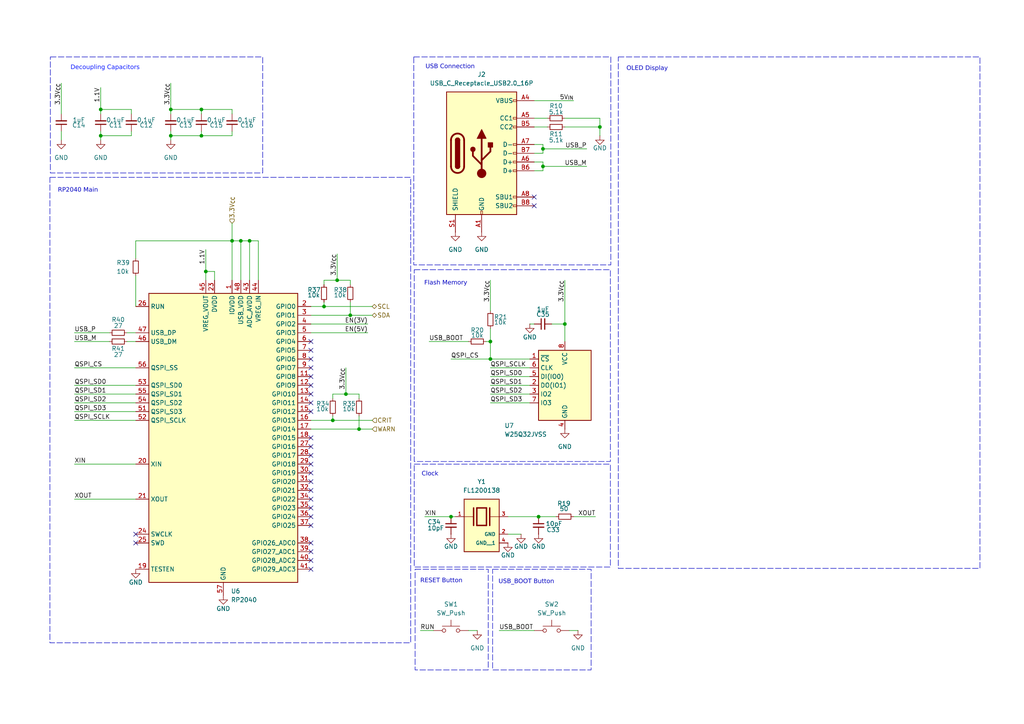
<source format=kicad_sch>
(kicad_sch (version 20240101) (generator "eeschema") (generator_version "8.99")
  (paper "A4")
  (lib_symbols
    (symbol "Connector:USB_C_Receptacle_USB2.0_16P" (pin_names (offset 1.016))
      (property "Reference" "J" (at 0 22.225 0))
      (property "Value" "USB_C_Receptacle_USB2.0_16P" (at 0 19.685 0))
      (symbol "USB_C_Receptacle_USB2.0_16P_0_0"
        (rectangle (start -0.254 -17.78) (end 0.254 -16.764))
        (rectangle (start 10.16 -14.986) (end 9.144 -15.494))
        (rectangle (start 10.16 -12.446) (end 9.144 -12.954))
        (rectangle (start 10.16 -4.826) (end 9.144 -5.334))
        (rectangle (start 10.16 -2.286) (end 9.144 -2.794))
        (rectangle (start 10.16 0.254) (end 9.144 -0.254))
        (rectangle (start 10.16 2.794) (end 9.144 2.286))
        (rectangle (start 10.16 7.874) (end 9.144 7.366))
        (rectangle (start 10.16 10.414) (end 9.144 9.906))
        (rectangle (start 10.16 15.494) (end 9.144 14.986))
      )
      (symbol "USB_C_Receptacle_USB2.0_16P_0_1"
        (rectangle (start -10.16 17.78) (end 10.16 -17.78) (stroke (width 0.254)) (fill (type background)))
        (arc (start -8.89 -3.81) (mid -6.985 -5.7067) (end -5.08 -3.81) (stroke (width 0.508)))
        (arc (start -7.62 -3.81) (mid -6.985 -4.4423) (end -6.35 -3.81) (stroke (width 0.254)))
        (arc (start -7.62 -3.81) (mid -6.985 -4.4423) (end -6.35 -3.81) (stroke (width 0.254)) (fill (type outline)))
        (rectangle (start -7.62 -3.81) (end -6.35 3.81) (stroke (width 0.254)) (fill (type outline)))
        (arc (start -6.35 3.81) (mid -6.985 4.4423) (end -7.62 3.81) (stroke (width 0.254)))
        (arc (start -6.35 3.81) (mid -6.985 4.4423) (end -7.62 3.81) (stroke (width 0.254)) (fill (type outline)))
        (arc (start -5.08 3.81) (mid -6.985 5.7067) (end -8.89 3.81) (stroke (width 0.508)))
        (circle (center -2.54 1.143) (radius 0.635) (stroke (width 0.254)) (fill (type outline)))
        (circle (center 0 -5.842) (radius 1.27) (fill (type outline)))
        (polyline (pts (xy -8.89 -3.81) (xy -8.89 3.81)) (stroke (width 0.508)))
        (polyline (pts (xy -5.08 3.81) (xy -5.08 -3.81)) (stroke (width 0.508)))
        (polyline (pts (xy 0 -5.842) (xy 0 4.318)) (stroke (width 0.508)))
        (polyline (pts (xy 0 -3.302) (xy -2.54 -0.762) (xy -2.54 0.508)) (stroke (width 0.508)))
        (polyline (pts (xy 0 -2.032) (xy 2.54 0.508) (xy 2.54 1.778)) (stroke (width 0.508)))
        (polyline (pts (xy -1.27 4.318) (xy 0 6.858) (xy 1.27 4.318) (xy -1.27 4.318)) (stroke (width 0.254)) (fill (type outline)))
        (rectangle (start 1.905 1.778) (end 3.175 3.048) (stroke (width 0.254)) (fill (type outline)))
      )
      (symbol "USB_C_Receptacle_USB2.0_16P_1_1"
        (pin passive line (at 0 -22.86 90) (length 5.08) (name "GND") (number "A1"))
        (pin passive line (at 0 -22.86 90) (length 5.08) hide (name "GND") (number "A12"))
        (pin passive line (at 15.24 15.24 180) (length 5.08) (name "VBUS") (number "A4"))
        (pin bidirectional line (at 15.24 10.16 180) (length 5.08) (name "CC1") (number "A5"))
        (pin bidirectional line (at 15.24 -2.54 180) (length 5.08) (name "D+") (number "A6"))
        (pin bidirectional line (at 15.24 2.54 180) (length 5.08) (name "D-") (number "A7"))
        (pin bidirectional line (at 15.24 -12.7 180) (length 5.08) (name "SBU1") (number "A8"))
        (pin passive line (at 15.24 15.24 180) (length 5.08) hide (name "VBUS") (number "A9"))
        (pin passive line (at 0 -22.86 90) (length 5.08) hide (name "GND") (number "B1"))
        (pin passive line (at 0 -22.86 90) (length 5.08) hide (name "GND") (number "B12"))
        (pin passive line (at 15.24 15.24 180) (length 5.08) hide (name "VBUS") (number "B4"))
        (pin bidirectional line (at 15.24 7.62 180) (length 5.08) (name "CC2") (number "B5"))
        (pin bidirectional line (at 15.24 -5.08 180) (length 5.08) (name "D+") (number "B6"))
        (pin bidirectional line (at 15.24 0 180) (length 5.08) (name "D-") (number "B7"))
        (pin bidirectional line (at 15.24 -15.24 180) (length 5.08) (name "SBU2") (number "B8"))
        (pin passive line (at 15.24 15.24 180) (length 5.08) hide (name "VBUS") (number "B9"))
        (pin passive line (at -7.62 -22.86 90) (length 5.08) (name "SHIELD") (number "S1"))
      )
    )
    (symbol "Device:C_Small" (pin_numbers hide) (pin_names (offset 0.254) hide)
      (property "Reference" "C" (at 0.254 1.778 0))
      (property "Value" "C_Small" (at 0.254 -2.032 0))
      (symbol "C_Small_0_1"
        (polyline (pts (xy -1.524 -0.508) (xy 1.524 -0.508)) (stroke (width 0.3302)))
        (polyline (pts (xy -1.524 0.508) (xy 1.524 0.508)) (stroke (width 0.3048)))
      )
      (symbol "C_Small_1_1"
        (pin passive line (at 0 2.54 270) (length 2.032) (name "~") (number "1"))
        (pin passive line (at 0 -2.54 90) (length 2.032) (name "~") (number "2"))
      )
    )
    (symbol "Device:R_Small" (pin_numbers hide) (pin_names (offset 0.254) hide)
      (property "Reference" "R" (at 0.762 0.508 0))
      (property "Value" "R_Small" (at 0.762 -1.016 0))
      (symbol "R_Small_0_1"
        (rectangle (start -0.762 1.778) (end 0.762 -1.778) (stroke (width 0.2032)))
      )
      (symbol "R_Small_1_1"
        (pin passive line (at 0 2.54 270) (length 0.762) (name "~") (number "1"))
        (pin passive line (at 0 -2.54 90) (length 0.762) (name "~") (number "2"))
      )
    )
    (symbol "FL1200138:FL1200138" (pin_names (offset 1.016))
      (property "Reference" "Y" (at -5.0878 6.3559 0))
      (property "Value" "FL1200138" (at -5.0944 -12.7 0))
      (symbol "FL1200138_0_0"
        (rectangle (start -5.08 -10.16) (end 5.08 5.08) (stroke (width 0.254)) (fill (type background)))
        (polyline (pts (xy -5.08 0) (xy -2.54 0)) (stroke (width 0.1524)))
        (polyline (pts (xy -2.3368 2.54) (xy -2.3368 -2.54)) (stroke (width 0.4064)))
        (polyline (pts (xy -1.397 2.54) (xy -1.397 -2.54)) (stroke (width 0.4064)))
        (polyline (pts (xy -1.397 2.54) (xy 1.397 2.54)) (stroke (width 0.4064)))
        (polyline (pts (xy 1.397 -2.54) (xy -1.397 -2.54)) (stroke (width 0.4064)))
        (polyline (pts (xy 1.397 2.54) (xy 1.397 -2.54)) (stroke (width 0.4064)))
        (polyline (pts (xy 2.3368 2.54) (xy 2.3368 -2.54)) (stroke (width 0.4064)))
        (polyline (pts (xy 2.54 0) (xy 5.08 0)) (stroke (width 0.1524)))
        (pin passive line (at -7.62 0 0) (length 2.54) (name "~") (number "1"))
        (pin power_in line (at 7.62 -5.08 180) (length 2.54) (name "GND") (number "2"))
        (pin passive line (at 7.62 0 180) (length 2.54) (name "~") (number "3"))
        (pin power_in line (at 7.62 -7.62 180) (length 2.54) (name "GND__1") (number "4"))
      )
    )
    (symbol "Memory_Flash:W25Q32JVSS"
      (property "Reference" "U" (at -6.35 11.43 0))
      (property "Value" "W25Q32JVSS" (at 7.62 11.43 0))
      (symbol "W25Q32JVSS_0_1"
        (rectangle (start -7.62 10.16) (end 7.62 -10.16) (stroke (width 0.254)) (fill (type background)))
      )
      (symbol "W25Q32JVSS_1_1"
        (pin input line (at -10.16 7.62 0) (length 2.54) (name "~{CS}") (number "1"))
        (pin bidirectional line (at -10.16 0 0) (length 2.54) (name "DO(IO1)") (number "2"))
        (pin bidirectional line (at -10.16 -2.54 0) (length 2.54) (name "IO2") (number "3"))
        (pin power_in line (at 0 -12.7 90) (length 2.54) (name "GND") (number "4"))
        (pin bidirectional line (at -10.16 2.54 0) (length 2.54) (name "DI(IO0)") (number "5"))
        (pin input line (at -10.16 5.08 0) (length 2.54) (name "CLK") (number "6"))
        (pin bidirectional line (at -10.16 -5.08 0) (length 2.54) (name "IO3") (number "7"))
        (pin power_in line (at 0 12.7 270) (length 2.54) (name "VCC") (number "8"))
      )
    )
    (symbol "RP2040_1"
      (property "Reference" "U" (at 17.78 45.72 0))
      (property "Value" "RP2040" (at 17.78 43.18 0))
      (symbol "RP2040_1_0_1"
        (rectangle (start -21.59 41.91) (end 21.59 -41.91) (stroke (width 0.254)) (fill (type background)))
      )
      (symbol "RP2040_1_1_1"
        (pin power_in line (at 2.54 45.72 270) (length 3.81) (name "IOVDD") (number "1"))
        (pin passive line (at 2.54 45.72 270) (length 3.81) hide (name "IOVDD") (number "10"))
        (pin bidirectional line (at 25.4 17.78 180) (length 3.81) (name "GPIO8") (number "11"))
        (pin bidirectional line (at 25.4 15.24 180) (length 3.81) (name "GPIO9") (number "12"))
        (pin bidirectional line (at 25.4 12.7 180) (length 3.81) (name "GPIO10") (number "13"))
        (pin bidirectional line (at 25.4 10.16 180) (length 3.81) (name "GPIO11") (number "14"))
        (pin bidirectional line (at 25.4 7.62 180) (length 3.81) (name "GPIO12") (number "15"))
        (pin bidirectional line (at 25.4 5.08 180) (length 3.81) (name "GPIO13") (number "16"))
        (pin bidirectional line (at 25.4 2.54 180) (length 3.81) (name "GPIO14") (number "17"))
        (pin bidirectional line (at 25.4 0 180) (length 3.81) (name "GPIO15") (number "18"))
        (pin input line (at -25.4 -38.1 0) (length 3.81) (name "TESTEN") (number "19"))
        (pin bidirectional line (at 25.4 38.1 180) (length 3.81) (name "GPIO0") (number "2"))
        (pin input line (at -25.4 -7.62 0) (length 3.81) (name "XIN") (number "20"))
        (pin passive line (at -25.4 -17.78 0) (length 3.81) (name "XOUT") (number "21"))
        (pin passive line (at 2.54 45.72 270) (length 3.81) hide (name "IOVDD") (number "22"))
        (pin power_in line (at -2.54 45.72 270) (length 3.81) (name "DVDD") (number "23"))
        (pin input line (at -25.4 -27.94 0) (length 3.81) (name "SWCLK") (number "24"))
        (pin bidirectional line (at -25.4 -30.48 0) (length 3.81) (name "SWD") (number "25"))
        (pin input line (at -25.4 38.1 0) (length 3.81) (name "RUN") (number "26"))
        (pin bidirectional line (at 25.4 -2.54 180) (length 3.81) (name "GPIO16") (number "27"))
        (pin bidirectional line (at 25.4 -5.08 180) (length 3.81) (name "GPIO17") (number "28"))
        (pin bidirectional line (at 25.4 -7.62 180) (length 3.81) (name "GPIO18") (number "29"))
        (pin bidirectional line (at 25.4 35.56 180) (length 3.81) (name "GPIO1") (number "3"))
        (pin bidirectional line (at 25.4 -10.16 180) (length 3.81) (name "GPIO19") (number "30"))
        (pin bidirectional line (at 25.4 -12.7 180) (length 3.81) (name "GPIO20") (number "31"))
        (pin bidirectional line (at 25.4 -15.24 180) (length 3.81) (name "GPIO21") (number "32"))
        (pin passive line (at 2.54 45.72 270) (length 3.81) hide (name "IOVDD") (number "33"))
        (pin bidirectional line (at 25.4 -17.78 180) (length 3.81) (name "GPIO22") (number "34"))
        (pin bidirectional line (at 25.4 -20.32 180) (length 3.81) (name "GPIO23") (number "35"))
        (pin bidirectional line (at 25.4 -22.86 180) (length 3.81) (name "GPIO24") (number "36"))
        (pin bidirectional line (at 25.4 -25.4 180) (length 3.81) (name "GPIO25") (number "37"))
        (pin bidirectional line (at 25.4 -30.48 180) (length 3.81) (name "GPIO26_ADC0") (number "38"))
        (pin bidirectional line (at 25.4 -33.02 180) (length 3.81) (name "GPIO27_ADC1") (number "39"))
        (pin bidirectional line (at 25.4 33.02 180) (length 3.81) (name "GPIO2") (number "4"))
        (pin bidirectional line (at 25.4 -35.56 180) (length 3.81) (name "GPIO28_ADC2") (number "40"))
        (pin bidirectional line (at 25.4 -38.1 180) (length 3.81) (name "GPIO29_ADC3") (number "41"))
        (pin passive line (at 2.54 45.72 270) (length 3.81) hide (name "IOVDD") (number "42"))
        (pin power_in line (at 7.62 45.72 270) (length 3.81) (name "ADC_AVDD") (number "43"))
        (pin power_in line (at 10.16 45.72 270) (length 3.81) (name "VREG_IN") (number "44"))
        (pin power_out line (at -5.08 45.72 270) (length 3.81) (name "VREG_VOUT") (number "45"))
        (pin bidirectional line (at -25.4 27.94 0) (length 3.81) (name "USB_DM") (number "46"))
        (pin bidirectional line (at -25.4 30.48 0) (length 3.81) (name "USB_DP") (number "47"))
        (pin power_in line (at 5.08 45.72 270) (length 3.81) (name "USB_VDD") (number "48"))
        (pin passive line (at 2.54 45.72 270) (length 3.81) hide (name "IOVDD") (number "49"))
        (pin bidirectional line (at 25.4 30.48 180) (length 3.81) (name "GPIO3") (number "5"))
        (pin passive line (at -2.54 45.72 270) (length 3.81) hide (name "DVDD") (number "50"))
        (pin bidirectional line (at -25.4 7.62 0) (length 3.81) (name "QSPI_SD3") (number "51"))
        (pin output line (at -25.4 5.08 0) (length 3.81) (name "QSPI_SCLK") (number "52"))
        (pin bidirectional line (at -25.4 15.24 0) (length 3.81) (name "QSPI_SD0") (number "53"))
        (pin bidirectional line (at -25.4 10.16 0) (length 3.81) (name "QSPI_SD2") (number "54"))
        (pin bidirectional line (at -25.4 12.7 0) (length 3.81) (name "QSPI_SD1") (number "55"))
        (pin bidirectional line (at -25.4 20.32 0) (length 3.81) (name "QSPI_SS") (number "56"))
        (pin power_in line (at 0 -45.72 90) (length 3.81) (name "GND") (number "57"))
        (pin bidirectional line (at 25.4 27.94 180) (length 3.81) (name "GPIO4") (number "6"))
        (pin bidirectional line (at 25.4 25.4 180) (length 3.81) (name "GPIO5") (number "7"))
        (pin bidirectional line (at 25.4 22.86 180) (length 3.81) (name "GPIO6") (number "8"))
        (pin bidirectional line (at 25.4 20.32 180) (length 3.81) (name "GPIO7") (number "9"))
      )
    )
    (symbol "Switch:SW_Push" (pin_numbers hide) (pin_names (offset 1.016) hide)
      (property "Reference" "SW" (at 1.27 2.54 0))
      (property "Value" "SW_Push" (at 0 -1.524 0))
      (symbol "SW_Push_0_1"
        (circle (center -2.032 0) (radius 0.508))
        (polyline (pts (xy 0 1.27) (xy 0 3.048)))
        (polyline (pts (xy 2.54 1.27) (xy -2.54 1.27)))
        (circle (center 2.032 0) (radius 0.508))
        (pin passive line (at -5.08 0 0) (length 2.54) (name "1") (number "1"))
        (pin passive line (at 5.08 0 180) (length 2.54) (name "2") (number "2"))
      )
    )
    (symbol "power:GND" (power) (pin_numbers hide) (pin_names (offset 0) hide)
      (property "Value" "GND" (at 0 -3.81 0))
      (symbol "GND_0_1"
        (polyline (pts (xy 0 0) (xy 0 -1.27) (xy 1.27 -1.27) (xy 0 -2.54) (xy -1.27 -1.27) (xy 0 -1.27)))
      )
      (symbol "GND_1_1"
        (pin power_in line (at 0 0 270) (length 0) (name "~") (number "1"))
      )
    )
  )
  (junction (at 157.48 48.26))
  (junction (at 157.48 43.18))
  (junction (at 72.39 69.85))
  (junction (at 49.53 31.75))
  (junction (at 59.69 78.74))
  (junction (at 29.21 39.37))
  (junction (at 142.24 104.14))
  (junction (at 156.21 149.86))
  (junction (at 58.42 31.75))
  (junction (at 163.83 93.98))
  (junction (at 29.21 31.75))
  (junction (at 67.31 69.85))
  (junction (at 173.99 36.83))
  (junction (at 142.24 99.06))
  (junction (at 100.33 114.3))
  (junction (at 96.52 121.92))
  (junction (at 130.81 149.86))
  (junction (at 93.98 88.9))
  (junction (at 69.85 69.85))
  (junction (at 97.79 81.28))
  (junction (at 58.42 39.37))
  (junction (at 104.14 124.46))
  (junction (at 49.53 39.37))
  (junction (at 101.6 91.44))
  (no_connect (at 90.17 142.24))
  (no_connect (at 90.17 116.84))
  (no_connect (at 90.17 127))
  (no_connect (at 90.17 149.86))
  (no_connect (at 90.17 132.08))
  (no_connect (at 90.17 111.76))
  (no_connect (at 90.17 119.38))
  (no_connect (at 90.17 106.68))
  (no_connect (at 90.17 144.78))
  (no_connect (at 90.17 157.48))
  (no_connect (at 90.17 139.7))
  (no_connect (at 154.94 57.15))
  (no_connect (at 90.17 114.3))
  (no_connect (at 39.37 154.94))
  (no_connect (at 90.17 137.16))
  (no_connect (at 154.94 59.69))
  (no_connect (at 90.17 129.54))
  (no_connect (at 39.37 157.48))
  (no_connect (at 90.17 104.14))
  (no_connect (at 90.17 162.56))
  (no_connect (at 90.17 101.6))
  (no_connect (at 90.17 165.1))
  (no_connect (at 90.17 160.02))
  (no_connect (at 90.17 152.4))
  (no_connect (at 90.17 109.22))
  (no_connect (at 90.17 147.32))
  (no_connect (at 90.17 99.06))
  (no_connect (at 90.17 134.62))
  (wire (pts (xy 90.17 96.52) (xy 106.68 96.52)))
  (wire (pts (xy 58.42 39.37) (xy 49.53 39.37)))
  (wire (pts (xy 90.17 93.98) (xy 106.68 93.98)))
  (wire (pts (xy 29.21 31.75) (xy 29.21 33.02)))
  (wire (pts (xy 101.6 81.28) (xy 101.6 82.55)))
  (wire (pts (xy 72.39 69.85) (xy 74.93 69.85)))
  (wire (pts (xy 121.92 182.88) (xy 125.73 182.88)))
  (wire (pts (xy 93.98 81.28) (xy 97.79 81.28)))
  (wire (pts (xy 142.24 106.68) (xy 153.67 106.68)))
  (wire (pts (xy 100.33 114.3) (xy 104.14 114.3)))
  (wire (pts (xy 90.17 91.44) (xy 101.6 91.44)))
  (wire (pts (xy 166.37 149.86) (xy 172.72 149.86)))
  (wire (pts (xy 173.99 36.83) (xy 173.99 39.37)))
  (wire (pts (xy 142.24 104.14) (xy 153.67 104.14)))
  (wire (pts (xy 104.14 124.46) (xy 107.95 124.46)))
  (wire (pts (xy 29.21 25.4) (xy 29.21 31.75)))
  (wire (pts (xy 135.89 182.88) (xy 138.43 182.88)))
  (wire (pts (xy 157.48 41.91) (xy 157.48 43.18)))
  (wire (pts (xy 29.21 39.37) (xy 29.21 38.1)))
  (wire (pts (xy 142.24 111.76) (xy 153.67 111.76)))
  (wire (pts (xy 157.48 48.26) (xy 170.18 48.26)))
  (wire (pts (xy 144.78 182.88) (xy 154.94 182.88)))
  (wire (pts (xy 17.78 24.13) (xy 17.78 33.02)))
  (wire (pts (xy 96.52 115.57) (xy 96.52 114.3)))
  (wire (pts (xy 90.17 121.92) (xy 96.52 121.92)))
  (wire (pts (xy 39.37 119.38) (xy 21.59 119.38)))
  (wire (pts (xy 49.53 39.37) (xy 49.53 38.1)))
  (wire (pts (xy 59.69 78.74) (xy 62.23 78.74)))
  (wire (pts (xy 90.17 88.9) (xy 93.98 88.9)))
  (wire (pts (xy 49.53 31.75) (xy 58.42 31.75)))
  (wire (pts (xy 38.1 38.1) (xy 38.1 39.37)))
  (wire (pts (xy 96.52 121.92) (xy 96.52 120.65)))
  (wire (pts (xy 154.94 49.53) (xy 157.48 49.53)))
  (wire (pts (xy 58.42 31.75) (xy 58.42 33.02)))
  (wire (pts (xy 39.37 69.85) (xy 39.37 74.93)))
  (wire (pts (xy 36.83 99.06) (xy 39.37 99.06)))
  (wire (pts (xy 142.24 95.25) (xy 142.24 99.06)))
  (wire (pts (xy 90.17 124.46) (xy 104.14 124.46)))
  (wire (pts (xy 62.23 78.74) (xy 62.23 81.28)))
  (wire (pts (xy 59.69 81.28) (xy 59.69 78.74)))
  (wire (pts (xy 124.46 99.06) (xy 135.89 99.06)))
  (wire (pts (xy 29.21 40.64) (xy 29.21 39.37)))
  (wire (pts (xy 58.42 38.1) (xy 58.42 39.37)))
  (wire (pts (xy 123.19 149.86) (xy 130.81 149.86)))
  (wire (pts (xy 58.42 39.37) (xy 67.31 39.37)))
  (wire (pts (xy 67.31 39.37) (xy 67.31 38.1)))
  (wire (pts (xy 67.31 69.85) (xy 67.31 64.77)))
  (wire (pts (xy 59.69 72.39) (xy 59.69 78.74)))
  (wire (pts (xy 21.59 134.62) (xy 39.37 134.62)))
  (wire (pts (xy 154.94 36.83) (xy 158.75 36.83)))
  (wire (pts (xy 156.21 149.86) (xy 161.29 149.86)))
  (wire (pts (xy 154.94 44.45) (xy 157.48 44.45)))
  (wire (pts (xy 104.14 120.65) (xy 104.14 124.46)))
  (wire (pts (xy 142.24 116.84) (xy 153.67 116.84)))
  (wire (pts (xy 72.39 69.85) (xy 72.39 81.28)))
  (wire (pts (xy 17.78 40.64) (xy 17.78 38.1)))
  (wire (pts (xy 142.24 114.3) (xy 153.67 114.3)))
  (wire (pts (xy 67.31 31.75) (xy 67.31 33.02)))
  (wire (pts (xy 21.59 144.78) (xy 39.37 144.78)))
  (wire (pts (xy 69.85 69.85) (xy 67.31 69.85)))
  (wire (pts (xy 39.37 111.76) (xy 21.59 111.76)))
  (wire (pts (xy 21.59 99.06) (xy 31.75 99.06)))
  (wire (pts (xy 39.37 106.68) (xy 21.59 106.68)))
  (wire (pts (xy 74.93 69.85) (xy 74.93 81.28)))
  (wire (pts (xy 93.98 88.9) (xy 107.95 88.9)))
  (wire (pts (xy 154.94 46.99) (xy 157.48 46.99)))
  (wire (pts (xy 154.94 34.29) (xy 158.75 34.29)))
  (wire (pts (xy 39.37 69.85) (xy 67.31 69.85)))
  (wire (pts (xy 97.79 81.28) (xy 101.6 81.28)))
  (wire (pts (xy 69.85 81.28) (xy 69.85 69.85)))
  (wire (pts (xy 96.52 114.3) (xy 100.33 114.3)))
  (wire (pts (xy 36.83 96.52) (xy 39.37 96.52)))
  (wire (pts (xy 39.37 121.92) (xy 21.59 121.92)))
  (wire (pts (xy 101.6 91.44) (xy 107.95 91.44)))
  (wire (pts (xy 157.48 46.99) (xy 157.48 48.26)))
  (wire (pts (xy 142.24 81.28) (xy 142.24 90.17)))
  (wire (pts (xy 163.83 34.29) (xy 173.99 34.29)))
  (wire (pts (xy 157.48 43.18) (xy 170.18 43.18)))
  (wire (pts (xy 157.48 48.26) (xy 157.48 49.53)))
  (wire (pts (xy 69.85 69.85) (xy 72.39 69.85)))
  (wire (pts (xy 97.79 73.66) (xy 97.79 81.28)))
  (wire (pts (xy 153.67 93.98) (xy 154.94 93.98)))
  (wire (pts (xy 173.99 34.29) (xy 173.99 36.83)))
  (wire (pts (xy 130.81 104.14) (xy 142.24 104.14)))
  (wire (pts (xy 21.59 96.52) (xy 31.75 96.52)))
  (wire (pts (xy 147.32 154.94) (xy 151.13 154.94)))
  (wire (pts (xy 147.32 149.86) (xy 156.21 149.86)))
  (wire (pts (xy 100.33 106.68) (xy 100.33 114.3)))
  (wire (pts (xy 142.24 99.06) (xy 142.24 104.14)))
  (wire (pts (xy 49.53 40.64) (xy 49.53 39.37)))
  (wire (pts (xy 38.1 39.37) (xy 29.21 39.37)))
  (wire (pts (xy 39.37 116.84) (xy 21.59 116.84)))
  (wire (pts (xy 101.6 87.63) (xy 101.6 91.44)))
  (wire (pts (xy 104.14 114.3) (xy 104.14 115.57)))
  (wire (pts (xy 154.94 41.91) (xy 157.48 41.91)))
  (wire (pts (xy 93.98 81.28) (xy 93.98 82.55)))
  (wire (pts (xy 39.37 114.3) (xy 21.59 114.3)))
  (wire (pts (xy 165.1 182.88) (xy 167.64 182.88)))
  (wire (pts (xy 38.1 31.75) (xy 38.1 33.02)))
  (wire (pts (xy 67.31 81.28) (xy 67.31 69.85)))
  (wire (pts (xy 96.52 121.92) (xy 107.95 121.92)))
  (wire (pts (xy 93.98 87.63) (xy 93.98 88.9)))
  (wire (pts (xy 163.83 36.83) (xy 173.99 36.83)))
  (wire (pts (xy 163.83 81.28) (xy 163.83 93.98)))
  (wire (pts (xy 140.97 99.06) (xy 142.24 99.06)))
  (wire (pts (xy 142.24 109.22) (xy 153.67 109.22)))
  (wire (pts (xy 130.81 149.86) (xy 132.08 149.86)))
  (wire (pts (xy 163.83 93.98) (xy 160.02 93.98)))
  (wire (pts (xy 163.83 93.98) (xy 163.83 99.06)))
  (wire (pts (xy 39.37 80.01) (xy 39.37 88.9)))
  (wire (pts (xy 166.37 29.21) (xy 154.94 29.21)))
  (wire (pts (xy 157.48 43.18) (xy 157.48 44.45)))
  (wire (pts (xy 49.53 31.75) (xy 49.53 33.02)))
  (wire (pts (xy 58.42 31.75) (xy 67.31 31.75)))
  (wire (pts (xy 49.53 24.13) (xy 49.53 31.75)))
  (wire (pts (xy 29.21 31.75) (xy 38.1 31.75)))
  (rectangle (start 120.142 78.232) (end 177.038 133.858) (stroke (width 0) (type dash)))
  (rectangle (start 142.875 165.1) (end 171.45 194.31) (stroke (width 0) (type dash)))
  (rectangle (start 179.324 16.51) (end 284.226 164.846) (stroke (width 0) (type dash)))
  (rectangle (start 14.478 51.435) (end 119.126 186.436) (stroke (width 0) (type dash)))
  (rectangle (start 120.142 134.62) (end 177.038 164.465) (stroke (width 0) (type dash)))
  (rectangle (start 14.605 16.51) (end 76.2 50.165) (stroke (width 0) (type dash)))
  (rectangle (start 120.015 16.51) (end 177.165 76.835) (stroke (width 0) (type dash)))
  (rectangle (start 120.396 165.1) (end 141.605 194.31) (stroke (width 0) (type dash)))
  (text "RESET Button" (at 128.016 168.91 0) (effects (font (size 1.27 1.27))))
  (text "OLED Display\n" (at 187.706 20.32 0) (effects (font (size 1.27 1.27))))
  (text "USB_BOOT Button" (at 152.654 169.164 0) (effects (font (size 1.27 1.27))))
  (text "USB Connection" (at 130.556 19.812 0) (effects (font (size 1.27 1.27))))
  (text "Decoupling Capacitors\n" (at 30.48 20.066 0) (effects (font (size 1.27 1.27))))
  (text "Clock" (at 124.714 137.922 0) (effects (font (size 1.27 1.27))))
  (text "Flash Memory" (at 129.286 82.55 0) (effects (font (size 1.27 1.27))))
  (text "RP2040 Main" (at 22.606 55.626 0) (effects (font (size 1.27 1.27))))
  (label "3.3V_{CC}" (at 163.83 81.28 270))
  (label "QSPI_SD3" (at 142.24 116.84 0))
  (label "XOUT" (at 21.59 144.78 0))
  (label "QSPI_CS" (at 21.59 106.68 0))
  (label "QSPI_SD3" (at 21.59 119.38 0))
  (label "EN(5V)" (at 106.68 96.52 180))
  (label "XOUT" (at 172.72 149.86 180))
  (label "QSPI_SCLK" (at 142.24 106.68 0))
  (label "XIN" (at 123.19 149.86 0))
  (label "USB_P" (at 21.59 96.52 0))
  (label "QSPI_SD1" (at 21.59 114.3 0))
  (label "1.1V" (at 59.69 72.39 270))
  (label "QSPI_SD0" (at 21.59 111.76 0))
  (label "USB_BOOT" (at 144.78 182.88 0))
  (label "QSPI_SD1" (at 142.24 111.76 0))
  (label "5V_{IN}" (at 166.37 29.21 180))
  (label "QSPI_SD0" (at 142.24 109.22 0))
  (label "XIN" (at 21.59 134.62 0))
  (label "USB_M" (at 21.59 99.06 0))
  (label "EN(3V)" (at 106.68 93.98 180))
  (label "3.3V_{CC}" (at 97.79 73.66 270))
  (label "3.3V_{CC}" (at 17.78 24.13 270))
  (label "1.1V" (at 29.21 25.4 270))
  (label "QSPI_SD2" (at 142.24 114.3 0))
  (label "QSPI_SCLK" (at 21.59 121.92 0))
  (label "QSPI_SD2" (at 21.59 116.84 0))
  (label "USB_P" (at 170.18 43.18 180))
  (label "3.3V_{CC}" (at 142.24 81.28 270))
  (label "USB_BOOT" (at 124.46 99.06 0))
  (label "USB_M" (at 170.18 48.26 180))
  (label "QSPI_CS" (at 130.81 104.14 0))
  (label "RUN" (at 121.92 182.88 0))
  (label "3.3V_{CC}" (at 100.33 106.68 270))
  (label "3.3V_{CC}" (at 49.53 24.13 270))
  (hierarchical_label "3.3V_{CC}" (shape input) (at 67.31 64.77 90))
  (hierarchical_label "WARN" (shape input) (at 107.95 124.46 0))
  (hierarchical_label "CRIT" (shape input) (at 107.95 121.92 0))
  (hierarchical_label "SDA" (shape bidirectional) (at 107.95 91.44 0))
  (hierarchical_label "SCL" (shape bidirectional) (at 107.95 88.9 0))
  (symbol (lib_id "Device:C_Small") (at 49.53 35.56 180) (unit 1)
    (property "Reference" "C13" (at 53.848 36.322 0))
    (property "Value" "0.1uF" (at 53.848 34.798 0))
    (property "Footprint" "Capacitor_SMD:C_0402_1005Metric" (effects (hide yes)))
    (property "Description" "Unpolarized capacitor, small symbol" (effects (hide yes)))
  )
  (symbol (lib_id "power:GND") (at 64.77 172.72 0) (unit 1)
    (property "Reference" "#PWR048" (effects (hide yes)))
    (property "Value" "GND" (at 64.77 176.53 0))
    (property "Description" "Power symbol creates a global label with name \"GND\" , ground" (effects (hide yes)))
  )
  (symbol (lib_id "Connector:USB_C_Receptacle_USB2.0_16P") (at 139.7 44.45 0) (unit 1)
    (property "Reference" "J2" (at 139.7 21.59 0))
    (property "Value" "USB_C_Receptacle_USB2.0_16P" (at 139.7 24.13 0))
    (property "Footprint" "Connector_USB:USB_C_Receptacle_GCT_USB4105-xx-A_16P_TopMnt_Horizontal" (effects (hide yes)))
    (property "Datasheet" "https://www.usb.org/sites/default/files/documents/usb_type-c.zip" (effects (hide yes)))
    (property "Description" "USB 2.0-only 16P Type-C Receptacle connector" (effects (hide yes)))
  )
  (symbol (lib_id "power:GND") (at 138.43 182.88 0) (unit 1)
    (property "Reference" "#PWR042" (effects (hide yes)))
    (property "Value" "GND" (at 138.43 187.96 0))
    (property "Description" "Power symbol creates a global label with name \"GND\" , ground" (effects (hide yes)))
  )
  (symbol (lib_id "Device:C_Small") (at 29.21 35.56 180) (unit 1)
    (property "Reference" "C11" (at 33.528 36.322 0))
    (property "Value" "0.1uF" (at 33.528 34.798 0))
    (property "Footprint" "Capacitor_SMD:C_0402_1005Metric" (effects (hide yes)))
    (property "Description" "Unpolarized capacitor, small symbol" (effects (hide yes)))
  )
  (symbol (lib_id "Device:R_Small") (at 142.24 92.71 180) (unit 1)
    (property "Reference" "R21" (at 143.256 91.948 0) (effects (justify right)))
    (property "Value" "10k" (at 143.256 93.4719 0) (effects (justify right)))
    (property "Footprint" "Resistor_SMD:R_0402_1005Metric" (effects (hide yes)))
    (property "Description" "Resistor, small symbol" (effects (hide yes)))
  )
  (symbol (lib_name "RP2040_1") (lib_id "MCU_RaspberryPi:RP2040") (at 64.77 127 0) (unit 1)
    (property "Reference" "U6" (at 66.9641 171.45 0) (effects (justify left)))
    (property "Value" "RP2040" (at 66.9641 173.99 0) (effects (justify left)))
    (property "Footprint" "Package_DFN_QFN:QFN-56-1EP_7x7mm_P0.4mm_EP3.2x3.2mm_ThermalVias" (effects (hide yes)))
    (property "Datasheet" "https://datasheets.raspberrypi.com/rp2040/rp2040-datasheet.pdf" (effects (hide yes)))
    (property "Description" "A microcontroller by Raspberry Pi" (effects (hide yes)))
  )
  (symbol (lib_id "Device:R_Small") (at 34.29 99.06 90) (unit 1)
    (property "Reference" "R41" (at 34.29 101.092 90))
    (property "Value" "27" (at 34.29 102.87 90))
    (property "Footprint" "Resistor_SMD:R_0402_1005Metric" (effects (hide yes)))
    (property "Description" "Resistor, small symbol" (effects (hide yes)))
  )
  (symbol (lib_id "Device:R_Small") (at 39.37 77.47 0) (unit 1)
    (property "Reference" "R39" (at 33.782 76.2 0) (effects (justify left)))
    (property "Value" "10k" (at 33.782 78.74 0) (effects (justify left)))
    (property "Footprint" "Resistor_SMD:R_0402_1005Metric" (effects (hide yes)))
    (property "Description" "Resistor, small symbol" (effects (hide yes)))
  )
  (symbol (lib_id "Device:C_Small") (at 157.48 93.98 90) (unit 1)
    (property "Reference" "C35" (at 157.48 91.186 90))
    (property "Value" "1uF" (at 157.48 89.662 90))
    (property "Footprint" "Capacitor_SMD:C_0402_1005Metric" (effects (hide yes)))
    (property "Description" "Unpolarized capacitor, small symbol" (effects (hide yes)))
  )
  (symbol (lib_id "Switch:SW_Push") (at 130.81 182.88 0) (unit 1)
    (property "Reference" "SW1" (at 130.81 175.26 0))
    (property "Value" "SW_Push" (at 130.81 177.8 0))
    (property "Footprint" "Button_Switch_SMD:SW_Push_SPST_NO_Alps_SKRK" (effects (hide yes)))
    (property "Description" "Push button switch, generic, two pins" (effects (hide yes)))
  )
  (symbol (lib_id "Device:R_Small") (at 161.29 34.29 90) (unit 1)
    (property "Reference" "R10" (at 161.29 30.734 90))
    (property "Value" "5.1k" (at 161.29 32.512 90))
    (property "Footprint" "Resistor_SMD:R_0402_1005Metric" (effects (hide yes)))
    (property "Description" "Resistor, small symbol" (effects (hide yes)))
  )
  (symbol (lib_id "Device:R_Small") (at 163.83 149.86 90) (unit 1)
    (property "Reference" "R19" (at 163.576 146.05 90))
    (property "Value" "50" (at 163.576 147.574 90))
    (property "Footprint" "Resistor_SMD:R_0402_1005Metric" (effects (hide yes)))
    (property "Description" "Resistor, small symbol" (effects (hide yes)))
  )
  (symbol (lib_id "power:GND") (at 130.81 154.94 0) (unit 1)
    (property "Reference" "#PWR026" (effects (hide yes)))
    (property "Value" "GND" (at 130.81 158.496 0))
    (property "Description" "Power symbol creates a global label with name \"GND\" , ground" (effects (hide yes)))
  )
  (symbol (lib_id "Device:R_Small") (at 161.29 36.83 270) (unit 1)
    (property "Reference" "R11" (at 161.29 38.862 90))
    (property "Value" "5.1k" (at 161.29 40.64 90))
    (property "Footprint" "Resistor_SMD:R_0402_1005Metric" (effects (hide yes)))
    (property "Description" "Resistor, small symbol" (effects (hide yes)))
  )
  (symbol (lib_id "power:GND") (at 49.53 40.64 0) (unit 1)
    (property "Reference" "#PWR022" (effects (hide yes)))
    (property "Value" "GND" (at 49.53 45.72 0))
    (property "Description" "Power symbol creates a global label with name \"GND\" , ground" (effects (hide yes)))
  )
  (symbol (lib_id "Switch:SW_Push") (at 160.02 182.88 0) (unit 1)
    (property "Reference" "SW2" (at 160.02 175.26 0))
    (property "Value" "SW_Push" (at 160.02 177.8 0))
    (property "Footprint" "Button_Switch_SMD:SW_Push_SPST_NO_Alps_SKRK" (effects (hide yes)))
    (property "Description" "Push button switch, generic, two pins" (effects (hide yes)))
  )
  (symbol (lib_id "Device:C_Small") (at 67.31 35.56 180) (unit 1)
    (property "Reference" "C16" (at 71.628 36.322 0))
    (property "Value" "0.1uF" (at 71.628 34.798 0))
    (property "Footprint" "Capacitor_SMD:C_0402_1005Metric" (effects (hide yes)))
    (property "Description" "Unpolarized capacitor, small symbol" (effects (hide yes)))
  )
  (symbol (lib_id "FL1200138:FL1200138") (at 139.7 149.86 0) (unit 1)
    (property "Reference" "Y1" (at 139.7 139.7 0))
    (property "Value" "FL1200138" (at 139.7 142.24 0))
    (property "Footprint" "FL1200138:XTAL_FL1200138" (effects (hide yes)))
    (property "PARTREV" "N/A" (effects (hide yes)))
    (property "STANDARD" "Manufacturer Recommendations" (effects (hide yes)))
    (property "MAXIMUM_PACKAGE_HEIGHT" "0.78 mm" (effects (hide yes)))
    (property "MANUFACTURER" "DIODES INCORPORATED" (effects (hide yes)))
  )
  (symbol (lib_id "power:GND") (at 153.67 93.98 0) (unit 1)
    (property "Reference" "#PWR045" (effects (hide yes)))
    (property "Value" "GND" (at 153.67 97.79 0))
    (property "Description" "Power symbol creates a global label with name \"GND\" , ground" (effects (hide yes)))
  )
  (symbol (lib_id "Memory_Flash:W25Q32JVSS") (at 163.83 111.76 0) (unit 1)
    (property "Reference" "U7" (at 146.304 123.444 0) (effects (justify left)))
    (property "Value" "W25Q32JVSS" (at 146.304 125.984 0) (effects (justify left)))
    (property "Footprint" "Package_SO:SOIC-8_5.23x5.23mm_P1.27mm" (effects (hide yes)))
    (property "Datasheet" "http://www.winbond.com/resource-files/w25q32jv%20revg%2003272018%20plus.pdf" (effects (hide yes)))
    (property "Description" "32Mb Serial Flash Memory, Standard/Dual/Quad SPI, SOIC-8" (effects (hide yes)))
  )
  (symbol (lib_id "Device:C_Small") (at 38.1 35.56 180) (unit 1)
    (property "Reference" "C12" (at 42.418 36.322 0))
    (property "Value" "0.1uF" (at 42.418 34.798 0))
    (property "Footprint" "Capacitor_SMD:C_0402_1005Metric" (effects (hide yes)))
    (property "Description" "Unpolarized capacitor, small symbol" (effects (hide yes)))
  )
  (symbol (lib_id "power:GND") (at 151.13 154.94 0) (unit 1)
    (property "Reference" "#PWR059" (effects (hide yes)))
    (property "Value" "GND" (at 151.13 158.496 0))
    (property "Description" "Power symbol creates a global label with name \"GND\" , ground" (effects (hide yes)))
  )
  (symbol (lib_id "Device:R_Small") (at 104.14 118.11 0) (unit 1)
    (property "Reference" "R35" (at 99.314 117.094 0) (effects (justify left)))
    (property "Value" "10k" (at 99.314 118.6179 0) (effects (justify left)))
    (property "Footprint" "Resistor_SMD:R_0402_1005Metric" (effects (hide yes)))
    (property "Description" "Resistor, small symbol" (effects (hide yes)))
  )
  (symbol (lib_id "Device:C_Small") (at 58.42 35.56 180) (unit 1)
    (property "Reference" "C15" (at 62.738 36.322 0))
    (property "Value" "0.1uF" (at 62.738 34.798 0))
    (property "Footprint" "Capacitor_SMD:C_0402_1005Metric" (effects (hide yes)))
    (property "Description" "Unpolarized capacitor, small symbol" (effects (hide yes)))
  )
  (symbol (lib_id "Device:R_Small") (at 101.6 85.09 0) (unit 1)
    (property "Reference" "R38" (at 96.774 84.074 0) (effects (justify left)))
    (property "Value" "10k" (at 96.774 85.5979 0) (effects (justify left)))
    (property "Footprint" "Resistor_SMD:R_0402_1005Metric" (effects (hide yes)))
    (property "Description" "Resistor, small symbol" (effects (hide yes)))
  )
  (symbol (lib_id "power:GND") (at 39.37 165.1 0) (unit 1)
    (property "Reference" "#PWR049" (effects (hide yes)))
    (property "Value" "GND" (at 39.37 168.91 0))
    (property "Description" "Power symbol creates a global label with name \"GND\" , ground" (effects (hide yes)))
  )
  (symbol (lib_id "power:GND") (at 17.78 40.64 0) (unit 1)
    (property "Reference" "#PWR020" (effects (hide yes)))
    (property "Value" "GND" (at 17.78 45.72 0))
    (property "Description" "Power symbol creates a global label with name \"GND\" , ground" (effects (hide yes)))
  )
  (symbol (lib_id "Device:C_Small") (at 156.21 152.4 0) (unit 1)
    (property "Reference" "C33" (at 158.496 153.67 0) (effects (justify left)))
    (property "Value" "10pF" (at 158.242 151.892 0) (effects (justify left)))
    (property "Footprint" "Capacitor_SMD:C_0402_1005Metric" (effects (hide yes)))
    (property "Description" "Unpolarized capacitor, small symbol" (effects (hide yes)))
  )
  (symbol (lib_id "power:GND") (at 132.08 67.31 0) (unit 1)
    (property "Reference" "#PWR018" (effects (hide yes)))
    (property "Value" "GND" (at 132.08 72.39 0))
    (property "Description" "Power symbol creates a global label with name \"GND\" , ground" (effects (hide yes)))
  )
  (symbol (lib_id "Device:R_Small") (at 138.43 99.06 90) (unit 1)
    (property "Reference" "R20" (at 138.43 95.758 90))
    (property "Value" "10k" (at 138.43 97.282 90))
    (property "Footprint" "Resistor_SMD:R_0402_1005Metric" (effects (hide yes)))
    (property "Description" "Resistor, small symbol" (effects (hide yes)))
  )
  (symbol (lib_id "power:GND") (at 163.83 124.46 0) (unit 1)
    (property "Reference" "#PWR044" (effects (hide yes)))
    (property "Value" "GND" (at 163.83 129.54 0))
    (property "Description" "Power symbol creates a global label with name \"GND\" , ground" (effects (hide yes)))
  )
  (symbol (lib_id "Device:C_Small") (at 130.81 152.4 0) (unit 1)
    (property "Reference" "C34" (at 123.952 151.384 0) (effects (justify left)))
    (property "Value" "10pF" (at 123.952 153.162 0) (effects (justify left)))
    (property "Footprint" "Capacitor_SMD:C_0402_1005Metric" (effects (hide yes)))
    (property "Description" "Unpolarized capacitor, small symbol" (effects (hide yes)))
  )
  (symbol (lib_id "Device:R_Small") (at 93.98 85.09 0) (unit 1)
    (property "Reference" "R37" (at 89.154 84.074 0) (effects (justify left)))
    (property "Value" "10k" (at 89.154 85.5979 0) (effects (justify left)))
    (property "Footprint" "Resistor_SMD:R_0402_1005Metric" (effects (hide yes)))
    (property "Description" "Resistor, small symbol" (effects (hide yes)))
  )
  (symbol (lib_id "Device:R_Small") (at 96.52 118.11 0) (unit 1)
    (property "Reference" "R34" (at 91.694 117.094 0) (effects (justify left)))
    (property "Value" "10k" (at 91.694 118.6179 0) (effects (justify left)))
    (property "Footprint" "Resistor_SMD:R_0402_1005Metric" (effects (hide yes)))
    (property "Description" "Resistor, small symbol" (effects (hide yes)))
  )
  (symbol (lib_id "Device:R_Small") (at 34.29 96.52 90) (unit 1)
    (property "Reference" "R40" (at 34.29 92.71 90))
    (property "Value" "27" (at 34.29 94.488 90))
    (property "Footprint" "Resistor_SMD:R_0402_1005Metric" (effects (hide yes)))
    (property "Description" "Resistor, small symbol" (effects (hide yes)))
  )
  (symbol (lib_id "power:GND") (at 167.64 182.88 0) (unit 1)
    (property "Reference" "#PWR043" (effects (hide yes)))
    (property "Value" "GND" (at 167.64 187.96 0))
    (property "Description" "Power symbol creates a global label with name \"GND\" , ground" (effects (hide yes)))
  )
  (symbol (lib_id "power:GND") (at 147.32 157.48 0) (unit 1)
    (property "Reference" "#PWR060" (effects (hide yes)))
    (property "Value" "GND" (at 147.32 161.036 0))
    (property "Description" "Power symbol creates a global label with name \"GND\" , ground" (effects (hide yes)))
  )
  (symbol (lib_id "Device:C_Small") (at 17.78 35.56 180) (unit 1)
    (property "Reference" "C14" (at 22.86 36.322 0))
    (property "Value" "1uF" (at 22.86 34.798 0))
    (property "Footprint" "Capacitor_SMD:C_0402_1005Metric" (effects (hide yes)))
    (property "Description" "Unpolarized capacitor, small symbol" (effects (hide yes)))
  )
  (symbol (lib_id "power:GND") (at 156.21 154.94 0) (unit 1)
    (property "Reference" "#PWR041" (effects (hide yes)))
    (property "Value" "GND" (at 156.21 158.496 0))
    (property "Description" "Power symbol creates a global label with name \"GND\" , ground" (effects (hide yes)))
  )
  (symbol (lib_id "power:GND") (at 29.21 40.64 0) (unit 1)
    (property "Reference" "#PWR021" (effects (hide yes)))
    (property "Value" "GND" (at 29.21 45.72 0))
    (property "Description" "Power symbol creates a global label with name \"GND\" , ground" (effects (hide yes)))
  )
  (symbol (lib_id "power:GND") (at 173.99 39.37 0) (unit 1)
    (property "Reference" "#PWR019" (effects (hide yes)))
    (property "Value" "GND" (at 173.99 42.926 0))
    (property "Description" "Power symbol creates a global label with name \"GND\" , ground" (effects (hide yes)))
  )
  (symbol (lib_id "power:GND") (at 139.7 67.31 0) (unit 1)
    (property "Reference" "#PWR017" (effects (hide yes)))
    (property "Value" "GND" (at 139.7 72.39 0))
    (property "Description" "Power symbol creates a global label with name \"GND\" , ground" (effects (hide yes)))
  )
)
</source>
